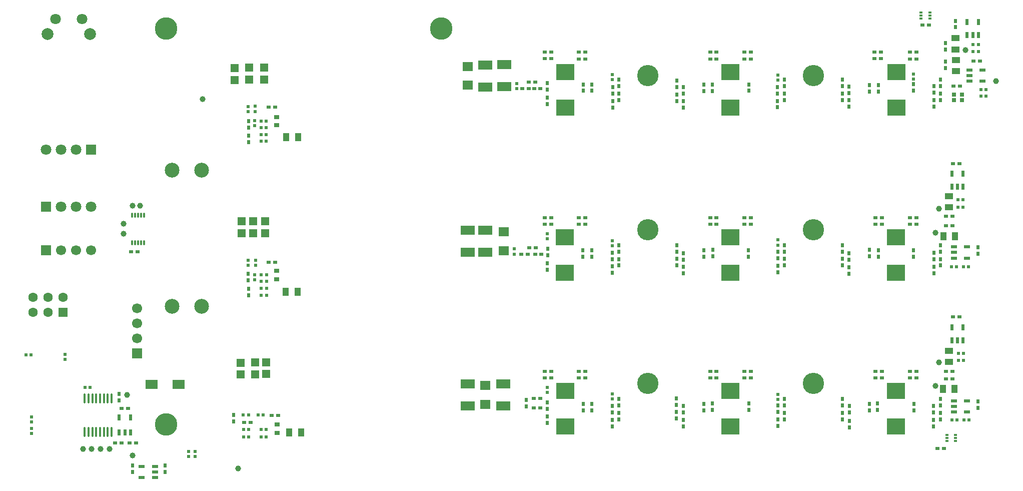
<source format=gbr>
%TF.GenerationSoftware,KiCad,Pcbnew,9.0.5*%
%TF.CreationDate,2025-10-28T20:55:24+05:00*%
%TF.ProjectId,LV08,4c563038-2e6b-4696-9361-645f70636258,rev?*%
%TF.SameCoordinates,Original*%
%TF.FileFunction,Soldermask,Bot*%
%TF.FilePolarity,Negative*%
%FSLAX46Y46*%
G04 Gerber Fmt 4.6, Leading zero omitted, Abs format (unit mm)*
G04 Created by KiCad (PCBNEW 9.0.5) date 2025-10-28 20:55:24*
%MOMM*%
%LPD*%
G01*
G04 APERTURE LIST*
%ADD10C,2.500000*%
%ADD11R,1.700000X1.700000*%
%ADD12C,1.700000*%
%ADD13C,3.600000*%
%ADD14R,1.800000X1.800000*%
%ADD15C,1.800000*%
%ADD16C,3.800000*%
%ADD17C,2.000000*%
%ADD18R,0.540005X0.790094*%
%ADD19R,0.790094X0.540005*%
%ADD20R,3.009906X2.799086*%
%ADD21R,0.540005X0.565659*%
%ADD22C,1.000000*%
%ADD23R,0.900000X0.800000*%
%ADD24R,2.046380X1.620015*%
%ADD25R,1.350013X1.410008*%
%ADD26R,0.565659X0.540005*%
%ADD27R,2.375997X1.506248*%
%ADD28R,0.600000X1.000000*%
%ADD29R,0.532004X1.045009*%
%ADD30R,1.727991X1.485014*%
%ADD31R,1.132537X1.377013*%
%ADD32R,0.600000X0.300000*%
%ADD33R,0.750013X0.700000*%
%ADD34R,1.045009X0.532004*%
%ADD35R,1.377013X1.132537*%
%ADD36O,0.300000X1.000000*%
%ADD37R,1.000000X0.600000*%
%ADD38O,0.343002X1.731496*%
%ADD39R,1.600000X1.600000*%
%ADD40C,1.600000*%
G04 APERTURE END LIST*
D10*
%TO.C,J10*%
X87597381Y-81508503D03*
X92597381Y-81508503D03*
%TD*%
%TO.C,J2*%
X87600000Y-58500000D03*
X92600000Y-58500000D03*
%TD*%
D11*
%TO.C,J9*%
X81700000Y-89435008D03*
D12*
X81700000Y-86895003D03*
X81700000Y-84354997D03*
X81700000Y-81814992D03*
%TD*%
D13*
%TO.C,M4*%
X196100000Y-94525000D03*
%TD*%
D14*
%TO.C,J6*%
X66285547Y-64642819D03*
D15*
X68825552Y-64642819D03*
X71365558Y-64642819D03*
X73905563Y-64642819D03*
%TD*%
D11*
%TO.C,J4*%
X66275000Y-72025000D03*
D12*
X68815005Y-72025000D03*
X71355011Y-72025000D03*
X73895016Y-72025000D03*
%TD*%
D13*
%TO.C,M6*%
X196100000Y-42500000D03*
%TD*%
D16*
%TO.C,H4*%
X86600000Y-101525000D03*
%TD*%
D13*
%TO.C,M3*%
X168100000Y-94525000D03*
%TD*%
D14*
%TO.C,J7*%
X73900364Y-55036661D03*
D15*
X71360359Y-55036661D03*
X68820353Y-55036661D03*
X66280348Y-55036661D03*
%TD*%
D16*
%TO.C,H2*%
X86587280Y-34523680D03*
%TD*%
D13*
%TO.C,M1*%
X168125000Y-68525000D03*
%TD*%
D16*
%TO.C,H3*%
X133106067Y-34528451D03*
%TD*%
D15*
%TO.C,K1*%
X72350445Y-32879997D03*
X67849555Y-32879997D03*
D17*
X66500813Y-35420003D03*
X73699187Y-35420003D03*
%TD*%
D13*
%TO.C,M2*%
X196100000Y-68525000D03*
%TD*%
%TO.C,M5*%
X168100000Y-42500000D03*
%TD*%
D18*
%TO.C,C209*%
X216450000Y-98354915D03*
X216450000Y-99445085D03*
%TD*%
%TO.C,C140*%
X173000000Y-74590170D03*
X173000000Y-73500000D03*
%TD*%
D19*
%TO.C,C84*%
X80650000Y-72300000D03*
X81740170Y-72300000D03*
%TD*%
%TO.C,C120*%
X184459830Y-38500000D03*
X185550000Y-38500000D03*
%TD*%
D20*
%TO.C,C181*%
X182100000Y-47850000D03*
X182100000Y-41850000D03*
%TD*%
D18*
%TO.C,C109*%
X163198424Y-45504915D03*
X163198424Y-46595085D03*
%TD*%
D20*
%TO.C,C255*%
X182100000Y-101850000D03*
X182100000Y-95850000D03*
%TD*%
D21*
%TO.C,R77*%
X162100000Y-43182817D03*
X162100000Y-42317183D03*
%TD*%
D22*
%TO.C,TP5*%
X79396038Y-69222271D03*
%TD*%
D18*
%TO.C,C173*%
X185200000Y-43954915D03*
X185200000Y-45045085D03*
%TD*%
D23*
%TO.C,C16*%
X105275000Y-50875025D03*
X105275000Y-49474975D03*
%TD*%
D19*
%TO.C,C259*%
X219645085Y-93750000D03*
X218554915Y-93750000D03*
%TD*%
D18*
%TO.C,C228*%
X151050000Y-101190170D03*
X151050000Y-100100000D03*
%TD*%
D24*
%TO.C,D1*%
X84096088Y-94690602D03*
X88703912Y-94709398D03*
%TD*%
D19*
%TO.C,C237*%
X179740170Y-92500000D03*
X178650000Y-92500000D03*
%TD*%
D18*
%TO.C,C220*%
X174091600Y-101814885D03*
X174091600Y-100724715D03*
%TD*%
%TO.C,C212*%
X202184000Y-102018085D03*
X202184000Y-100927915D03*
%TD*%
%TO.C,C170*%
X157200000Y-45050000D03*
X157200000Y-43959830D03*
%TD*%
%TO.C,C253*%
X177600000Y-98000000D03*
X177600000Y-99090170D03*
%TD*%
%TO.C,C201*%
X151150000Y-71750000D03*
X151150000Y-72840170D03*
%TD*%
%TO.C,C132*%
X201000000Y-74590170D03*
X201000000Y-73500000D03*
%TD*%
D19*
%TO.C,C75*%
X81490170Y-104625000D03*
X80400000Y-104625000D03*
%TD*%
%TO.C,C192*%
X220845085Y-57350000D03*
X219754915Y-57350000D03*
%TD*%
D25*
%TO.C,C25*%
X101325000Y-67100000D03*
X101325000Y-69100000D03*
%TD*%
D22*
%TO.C,TP6*%
X79394478Y-67523173D03*
%TD*%
D18*
%TO.C,C49*%
X80900000Y-109545085D03*
X80900000Y-108454915D03*
%TD*%
%TO.C,C127*%
X217600000Y-71154915D03*
X217600000Y-72245085D03*
%TD*%
D19*
%TO.C,C152*%
X212459830Y-66550000D03*
X213550000Y-66550000D03*
%TD*%
D18*
%TO.C,C97*%
X202100000Y-45395085D03*
X202100000Y-44304915D03*
%TD*%
D25*
%TO.C,C52*%
X103479600Y-90973400D03*
X103479600Y-92973400D03*
%TD*%
D18*
%TO.C,C144*%
X162075000Y-72429915D03*
X162075000Y-73520085D03*
%TD*%
%TO.C,C174*%
X151100000Y-43750000D03*
X151100000Y-44840170D03*
%TD*%
D26*
%TO.C,R6*%
X102634366Y-50150000D03*
X103500000Y-50150000D03*
%TD*%
D18*
%TO.C,C91*%
X217650000Y-43150000D03*
X217650000Y-44240170D03*
%TD*%
D22*
%TO.C,TP_1V8_IO1*%
X79996950Y-96524395D03*
%TD*%
D19*
%TO.C,C115*%
X207555085Y-39624000D03*
X206464915Y-39624000D03*
%TD*%
D18*
%TO.C,C33*%
X100500000Y-78550000D03*
X100500000Y-79640170D03*
%TD*%
D19*
%TO.C,C55*%
X105540170Y-100000000D03*
X104450000Y-100000000D03*
%TD*%
D27*
%TO.C,C44*%
X140600000Y-72360554D03*
X140600000Y-68639446D03*
%TD*%
D22*
%TO.C,TP7*%
X80896495Y-64521027D03*
%TD*%
D18*
%TO.C,C94*%
X216500000Y-46654915D03*
X216500000Y-47745085D03*
%TD*%
%TO.C,C82*%
X78600000Y-96350000D03*
X78600000Y-97440170D03*
%TD*%
%TO.C,C247*%
X151050000Y-98845085D03*
X151050000Y-97754915D03*
%TD*%
D19*
%TO.C,C112*%
X149940170Y-44700000D03*
X148850000Y-44700000D03*
%TD*%
D18*
%TO.C,C219*%
X190100000Y-100650000D03*
X190100000Y-101740170D03*
%TD*%
D28*
%TO.C,U18*%
X224049924Y-35600152D03*
X223100216Y-35600152D03*
X222150254Y-35600152D03*
X222150000Y-33400000D03*
X224050178Y-33400000D03*
%TD*%
D19*
%TO.C,C153*%
X207740170Y-66500000D03*
X206650000Y-66500000D03*
%TD*%
D26*
%TO.C,R96*%
X224450000Y-44800000D03*
X225315634Y-44800000D03*
%TD*%
D21*
%TO.C,R5*%
X101596300Y-50922517D03*
X101596300Y-50056883D03*
%TD*%
D18*
%TO.C,C213*%
X201000000Y-100595085D03*
X201000000Y-99504915D03*
%TD*%
D19*
%TO.C,C125*%
X151740170Y-38500000D03*
X150650000Y-38500000D03*
%TD*%
D18*
%TO.C,C107*%
X163200000Y-43159830D03*
X163200000Y-44250000D03*
%TD*%
%TO.C,C147*%
X151100000Y-75290170D03*
X151100000Y-74200000D03*
%TD*%
D19*
%TO.C,C113*%
X149040170Y-43600000D03*
X147950000Y-43600000D03*
%TD*%
D18*
%TO.C,C199*%
X207100000Y-72000000D03*
X207100000Y-73090170D03*
%TD*%
D19*
%TO.C,C160*%
X156454915Y-66500000D03*
X157545085Y-66500000D03*
%TD*%
D18*
%TO.C,C196*%
X213100000Y-73090170D03*
X213100000Y-72000000D03*
%TD*%
D26*
%TO.C,R121*%
X221550000Y-90650000D03*
X220684366Y-90650000D03*
%TD*%
D19*
%TO.C,C231*%
X148804915Y-97100000D03*
X149895085Y-97100000D03*
%TD*%
D18*
%TO.C,C177*%
X177600000Y-44000000D03*
X177600000Y-45090170D03*
%TD*%
D21*
%TO.C,R57*%
X63800000Y-102167183D03*
X63800000Y-103032817D03*
%TD*%
D26*
%TO.C,R139*%
X99667183Y-103600000D03*
X100532817Y-103600000D03*
%TD*%
D29*
%TO.C,U6*%
X80549962Y-102800013D03*
X79600000Y-102800013D03*
X78650038Y-102800013D03*
X78650038Y-100300013D03*
X80549962Y-100300013D03*
%TD*%
D18*
%TO.C,C223*%
X172950000Y-98145085D03*
X172950000Y-97054915D03*
%TD*%
D22*
%TO.C,TP_5V0*%
X98796453Y-108923055D03*
%TD*%
D18*
%TO.C,C202*%
X177600000Y-72000000D03*
X177600000Y-73090170D03*
%TD*%
D22*
%TO.C,1V8*%
X221894400Y-38150800D03*
%TD*%
D18*
%TO.C,C203*%
X205600000Y-71950000D03*
X205600000Y-73040170D03*
%TD*%
D22*
%TO.C,0V8*%
X226993861Y-43421556D03*
%TD*%
D19*
%TO.C,C242*%
X151740170Y-92500000D03*
X150650000Y-92500000D03*
%TD*%
D18*
%TO.C,C197*%
X185100000Y-73090170D03*
X185100000Y-72000000D03*
%TD*%
D27*
%TO.C,C70*%
X143600000Y-98360554D03*
X143600000Y-94639446D03*
%TD*%
D26*
%TO.C,R95*%
X223167183Y-37200000D03*
X224032817Y-37200000D03*
%TD*%
D18*
%TO.C,C142*%
X173000000Y-72250000D03*
X173000000Y-71159830D03*
%TD*%
D19*
%TO.C,C151*%
X212459830Y-67600000D03*
X213550000Y-67600000D03*
%TD*%
D18*
%TO.C,C178*%
X158600000Y-43959830D03*
X158600000Y-45050000D03*
%TD*%
D30*
%TO.C,C42*%
X143700000Y-68907417D03*
X143700000Y-72092583D03*
%TD*%
D27*
%TO.C,C43*%
X137600000Y-72360554D03*
X137600000Y-68639446D03*
%TD*%
D19*
%TO.C,C229*%
X149895085Y-98700000D03*
X148804915Y-98700000D03*
%TD*%
%TO.C,C122*%
X179740170Y-39650000D03*
X178650000Y-39650000D03*
%TD*%
D22*
%TO.C,TP_12V1*%
X92735400Y-46431200D03*
%TD*%
D20*
%TO.C,C257*%
X210100000Y-101850000D03*
X210100000Y-95850000D03*
%TD*%
D19*
%TO.C,C156*%
X184450000Y-66500000D03*
X185540170Y-66500000D03*
%TD*%
D31*
%TO.C,R99*%
X107400000Y-102800000D03*
X109400000Y-102800000D03*
%TD*%
D19*
%TO.C,C157*%
X179745085Y-66500000D03*
X178654915Y-66500000D03*
%TD*%
D18*
%TO.C,C230*%
X147550000Y-98445085D03*
X147550000Y-97354915D03*
%TD*%
%TO.C,C143*%
X163200000Y-71159830D03*
X163200000Y-72250000D03*
%TD*%
D26*
%TO.C,R130*%
X102684366Y-77300000D03*
X103550000Y-77300000D03*
%TD*%
D18*
%TO.C,C111*%
X151100000Y-47290170D03*
X151100000Y-46200000D03*
%TD*%
%TO.C,C99*%
X191199606Y-43159830D03*
X191199606Y-44250000D03*
%TD*%
%TO.C,C171*%
X207100000Y-45190170D03*
X207100000Y-44100000D03*
%TD*%
D25*
%TO.C,C5*%
X98150000Y-41225000D03*
X98150000Y-43225000D03*
%TD*%
D18*
%TO.C,C258*%
X224000000Y-98650000D03*
X224000000Y-97559830D03*
%TD*%
%TO.C,C227*%
X162100000Y-100750000D03*
X162100000Y-101840170D03*
%TD*%
D26*
%TO.C,R37*%
X102167183Y-99900000D03*
X103032817Y-99900000D03*
%TD*%
D18*
%TO.C,C128*%
X216500000Y-72454915D03*
X216500000Y-73545085D03*
%TD*%
D23*
%TO.C,C72*%
X105325000Y-102900025D03*
X105325000Y-101499975D03*
%TD*%
D21*
%TO.C,R76*%
X190100000Y-43215634D03*
X190100000Y-42350000D03*
%TD*%
D26*
%TO.C,R131*%
X102684366Y-78450000D03*
X103550000Y-78450000D03*
%TD*%
D22*
%TO.C,1V8_3*%
X217396261Y-91021959D03*
%TD*%
D20*
%TO.C,C182*%
X154100000Y-47850000D03*
X154100000Y-41850000D03*
%TD*%
D26*
%TO.C,R124*%
X222482817Y-100750000D03*
X221617183Y-100750000D03*
%TD*%
D32*
%TO.C,U10*%
X220199974Y-103300000D03*
X220199974Y-103799873D03*
X220199974Y-104300000D03*
X218700000Y-104300000D03*
X218700000Y-103799873D03*
X218700000Y-103300000D03*
%TD*%
D18*
%TO.C,C146*%
X162100000Y-74754915D03*
X162100000Y-75845085D03*
%TD*%
%TO.C,C100*%
X190050000Y-44400000D03*
X190050000Y-45490170D03*
%TD*%
D31*
%TO.C,L8*%
X220116218Y-69650000D03*
X218183782Y-69650000D03*
%TD*%
D18*
%TO.C,C92*%
X216500000Y-44254915D03*
X216500000Y-45345085D03*
%TD*%
%TO.C,C141*%
X174100000Y-73595085D03*
X174100000Y-72504915D03*
%TD*%
%TO.C,C200*%
X179100000Y-71954915D03*
X179100000Y-73045085D03*
%TD*%
D19*
%TO.C,C126*%
X151740170Y-39600000D03*
X150650000Y-39600000D03*
%TD*%
D21*
%TO.C,R92*%
X162075000Y-71282817D03*
X162075000Y-70417183D03*
%TD*%
D26*
%TO.C,R129*%
X102684366Y-76150000D03*
X103550000Y-76150000D03*
%TD*%
D19*
%TO.C,C148*%
X150112394Y-72721952D03*
X149022224Y-72721952D03*
%TD*%
D18*
%TO.C,C102*%
X190050000Y-47840170D03*
X190050000Y-46750000D03*
%TD*%
D33*
%TO.C,Y2*%
X221250000Y-46650000D03*
X219899988Y-46650000D03*
X219899988Y-45650000D03*
X221250000Y-45650000D03*
%TD*%
D22*
%TO.C,0V8_2*%
X216800000Y-69050000D03*
%TD*%
D18*
%TO.C,C17*%
X100500000Y-51260000D03*
X100500000Y-50169830D03*
%TD*%
D22*
%TO.C,TP8*%
X82197473Y-64522209D03*
%TD*%
D20*
%TO.C,C207*%
X210100000Y-75800000D03*
X210100000Y-69800000D03*
%TD*%
D31*
%TO.C,L10*%
X220016218Y-95450000D03*
X218083782Y-95450000D03*
%TD*%
D19*
%TO.C,C240*%
X156414745Y-93650000D03*
X157504915Y-93650000D03*
%TD*%
D26*
%TO.C,R94*%
X224032817Y-38400000D03*
X223167183Y-38400000D03*
%TD*%
D18*
%TO.C,C226*%
X163200000Y-99509830D03*
X163200000Y-100600000D03*
%TD*%
D26*
%TO.C,R132*%
X102684366Y-79600000D03*
X103550000Y-79600000D03*
%TD*%
D18*
%TO.C,C103*%
X174100000Y-47895085D03*
X174100000Y-46804915D03*
%TD*%
D26*
%TO.C,R102*%
X220617183Y-63500000D03*
X221482817Y-63500000D03*
%TD*%
D21*
%TO.C,R11*%
X91500000Y-106050000D03*
X91500000Y-106915634D03*
%TD*%
D22*
%TO.C,0V8_3*%
X216796666Y-94923334D03*
%TD*%
D21*
%TO.C,R91*%
X190100000Y-71132817D03*
X190100000Y-70267183D03*
%TD*%
D19*
%TO.C,C232*%
X212454915Y-93650000D03*
X213545085Y-93650000D03*
%TD*%
D25*
%TO.C,C54*%
X99175000Y-91050000D03*
X99175000Y-93050000D03*
%TD*%
D19*
%TO.C,C83*%
X79017370Y-104597200D03*
X77927200Y-104597200D03*
%TD*%
D18*
%TO.C,C251*%
X207000000Y-97954915D03*
X207000000Y-99045085D03*
%TD*%
D30*
%TO.C,C13*%
X137589987Y-40932184D03*
X137589987Y-44117350D03*
%TD*%
D18*
%TO.C,C93*%
X217650000Y-45509830D03*
X217650000Y-46600000D03*
%TD*%
%TO.C,C139*%
X174100000Y-75920085D03*
X174100000Y-74829915D03*
%TD*%
D21*
%TO.C,R100*%
X145500000Y-72665634D03*
X145500000Y-71800000D03*
%TD*%
D26*
%TO.C,R122*%
X220684366Y-89500000D03*
X221550000Y-89500000D03*
%TD*%
D18*
%TO.C,C130*%
X216500000Y-74804915D03*
X216500000Y-75895085D03*
%TD*%
D19*
%TO.C,C161*%
X151740170Y-66500000D03*
X150650000Y-66500000D03*
%TD*%
D26*
%TO.C,R104*%
X222365634Y-74850000D03*
X221500000Y-74850000D03*
%TD*%
D21*
%TO.C,R2*%
X101637341Y-48538319D03*
X101637341Y-47672685D03*
%TD*%
D23*
%TO.C,C45*%
X105283000Y-76900025D03*
X105283000Y-75499975D03*
%TD*%
D18*
%TO.C,C222*%
X174091600Y-99478085D03*
X174091600Y-98387915D03*
%TD*%
D34*
%TO.C,U3*%
X84747574Y-108600038D03*
X84747574Y-109550000D03*
X84747574Y-110499962D03*
X82452426Y-110499962D03*
X82452426Y-108600038D03*
%TD*%
D35*
%TO.C,L7*%
X219050000Y-62833782D03*
X219050000Y-64766218D03*
%TD*%
D25*
%TO.C,C26*%
X99375000Y-67100000D03*
X99375000Y-69100000D03*
%TD*%
D19*
%TO.C,C238*%
X184450000Y-92500000D03*
X185540170Y-92500000D03*
%TD*%
D18*
%TO.C,C108*%
X162150000Y-44429915D03*
X162150000Y-45520085D03*
%TD*%
D19*
%TO.C,C244*%
X220850000Y-83300000D03*
X219759830Y-83300000D03*
%TD*%
D26*
%TO.C,R9*%
X102634366Y-52450000D03*
X103500000Y-52450000D03*
%TD*%
D19*
%TO.C,C116*%
X207555085Y-38481000D03*
X206464915Y-38481000D03*
%TD*%
D25*
%TO.C,C24*%
X103300000Y-67100000D03*
X103300000Y-69100000D03*
%TD*%
D21*
%TO.C,R20*%
X100457000Y-74600817D03*
X100457000Y-73735183D03*
%TD*%
D19*
%TO.C,C6*%
X105045085Y-47800000D03*
X103954915Y-47800000D03*
%TD*%
D22*
%TO.C,TP2*%
X75495817Y-105621513D03*
%TD*%
D25*
%TO.C,C3*%
X103150000Y-41125000D03*
X103150000Y-43125000D03*
%TD*%
D18*
%TO.C,C204*%
X158600000Y-72000000D03*
X158600000Y-73090170D03*
%TD*%
D26*
%TO.C,R101*%
X221482817Y-64750000D03*
X220617183Y-64750000D03*
%TD*%
D18*
%TO.C,C137*%
X191201576Y-73489814D03*
X191201576Y-74579984D03*
%TD*%
%TO.C,C96*%
X200998030Y-46620016D03*
X200998030Y-45529846D03*
%TD*%
%TO.C,C254*%
X205600000Y-98004915D03*
X205600000Y-99095085D03*
%TD*%
%TO.C,C224*%
X163200000Y-97159830D03*
X163200000Y-98250000D03*
%TD*%
D19*
%TO.C,C195*%
X219640170Y-67850000D03*
X218550000Y-67850000D03*
%TD*%
D21*
%TO.C,R12*%
X90350000Y-106050000D03*
X90350000Y-106915634D03*
%TD*%
D18*
%TO.C,C165*%
X218500000Y-36954915D03*
X218500000Y-38045085D03*
%TD*%
D19*
%TO.C,C117*%
X212459830Y-38500000D03*
X213550000Y-38500000D03*
%TD*%
D18*
%TO.C,C48*%
X86400000Y-109545085D03*
X86400000Y-108454915D03*
%TD*%
D19*
%TO.C,C166*%
X223254915Y-40050000D03*
X224345085Y-40050000D03*
%TD*%
D36*
%TO.C,U9*%
X82826170Y-70727776D03*
X82326043Y-70727776D03*
X81826170Y-70727776D03*
X81326043Y-70727776D03*
X80826170Y-70727776D03*
X80826170Y-66127826D03*
X81326043Y-66127826D03*
X81826170Y-66127826D03*
X82326043Y-66127826D03*
X82826170Y-66127826D03*
%TD*%
D18*
%TO.C,C104*%
X172975000Y-46795085D03*
X172975000Y-45704915D03*
%TD*%
D26*
%TO.C,R138*%
X102667183Y-102300000D03*
X103532817Y-102300000D03*
%TD*%
D19*
%TO.C,C154*%
X207740170Y-67650000D03*
X206650000Y-67650000D03*
%TD*%
D21*
%TO.C,R24*%
X101550000Y-77032817D03*
X101550000Y-76167183D03*
%TD*%
D19*
%TO.C,C241*%
X156404915Y-92500000D03*
X157495085Y-92500000D03*
%TD*%
D31*
%TO.C,R98*%
X106825000Y-79025000D03*
X108825000Y-79025000D03*
%TD*%
D18*
%TO.C,C105*%
X174100000Y-45545085D03*
X174100000Y-44454915D03*
%TD*%
D26*
%TO.C,R140*%
X102667183Y-103600000D03*
X103532817Y-103600000D03*
%TD*%
D19*
%TO.C,C159*%
X156459830Y-67650000D03*
X157550000Y-67650000D03*
%TD*%
%TO.C,C118*%
X212450000Y-39650000D03*
X213540170Y-39650000D03*
%TD*%
D22*
%TO.C,TP1*%
X73996425Y-105620492D03*
%TD*%
D37*
%TO.C,U26*%
X219904934Y-99386310D03*
X219904934Y-98436602D03*
X219904934Y-97486640D03*
X222105086Y-97486386D03*
X222105086Y-99386564D03*
%TD*%
D38*
%TO.C,U8*%
X77351772Y-102781547D03*
X76701784Y-102781547D03*
X76051797Y-102781547D03*
X75401556Y-102781547D03*
X74751568Y-102781547D03*
X74101581Y-102781547D03*
X73451594Y-102781547D03*
X72801606Y-102781547D03*
X72801606Y-97050025D03*
X73451594Y-97050025D03*
X74101581Y-97050025D03*
X74751568Y-97050025D03*
X75401556Y-97050025D03*
X76051797Y-97050025D03*
X76701784Y-97050025D03*
X77351772Y-97050025D03*
%TD*%
D19*
%TO.C,C239*%
X184454915Y-93650000D03*
X185545085Y-93650000D03*
%TD*%
D18*
%TO.C,C145*%
X163200000Y-73509830D03*
X163200000Y-74600000D03*
%TD*%
D20*
%TO.C,C205*%
X154050000Y-75800000D03*
X154050000Y-69800000D03*
%TD*%
%TO.C,C256*%
X154100000Y-101850000D03*
X154100000Y-95850000D03*
%TD*%
D18*
%TO.C,C221*%
X172950000Y-100495085D03*
X172950000Y-99404915D03*
%TD*%
D21*
%TO.C,R1*%
X100472720Y-48548565D03*
X100472720Y-47682931D03*
%TD*%
D28*
%TO.C,U25*%
X221449835Y-87300000D03*
X220500127Y-87300000D03*
X219550165Y-87300000D03*
X219549911Y-85099848D03*
X221450089Y-85099848D03*
%TD*%
D21*
%TO.C,R69*%
X213100000Y-42200000D03*
X213100000Y-43065634D03*
%TD*%
D35*
%TO.C,L9*%
X219100400Y-89000582D03*
X219100400Y-90933018D03*
%TD*%
D19*
%TO.C,C150*%
X147767309Y-72721952D03*
X146677139Y-72721952D03*
%TD*%
D18*
%TO.C,C95*%
X202150000Y-47745085D03*
X202150000Y-46654915D03*
%TD*%
D20*
%TO.C,C180*%
X210150000Y-47850000D03*
X210150000Y-41850000D03*
%TD*%
D27*
%TO.C,C15*%
X140600000Y-44395610D03*
X140600000Y-40674502D03*
%TD*%
D32*
%TO.C,U11*%
X214350881Y-32825573D03*
X214350881Y-32325700D03*
X214350881Y-31825573D03*
X215850855Y-31825573D03*
X215850855Y-32325700D03*
X215850855Y-32825573D03*
%TD*%
D26*
%TO.C,R103*%
X220365634Y-74850000D03*
X219500000Y-74850000D03*
%TD*%
D25*
%TO.C,C53*%
X101600000Y-91024200D03*
X101600000Y-93024200D03*
%TD*%
D18*
%TO.C,C40*%
X100457000Y-77126085D03*
X100457000Y-76035915D03*
%TD*%
%TO.C,C134*%
X201000000Y-72245085D03*
X201000000Y-71154915D03*
%TD*%
D25*
%TO.C,C4*%
X100650000Y-41125000D03*
X100650000Y-43125000D03*
%TD*%
D18*
%TO.C,C98*%
X201000000Y-44270085D03*
X201000000Y-43179915D03*
%TD*%
%TO.C,C135*%
X191200000Y-71159830D03*
X191200000Y-72250000D03*
%TD*%
D19*
%TO.C,C121*%
X179740170Y-38500000D03*
X178650000Y-38500000D03*
%TD*%
D31*
%TO.C,R19*%
X106925000Y-52925000D03*
X108925000Y-52925000D03*
%TD*%
D18*
%TO.C,C169*%
X179000000Y-45090170D03*
X179000000Y-44000000D03*
%TD*%
D19*
%TO.C,C74*%
X79054915Y-98800000D03*
X80145085Y-98800000D03*
%TD*%
%TO.C,C124*%
X156459830Y-38500000D03*
X157550000Y-38500000D03*
%TD*%
D18*
%TO.C,C66*%
X98000000Y-99854915D03*
X98000000Y-100945085D03*
%TD*%
%TO.C,C211*%
X216450000Y-100695085D03*
X216450000Y-101785255D03*
%TD*%
%TO.C,C110*%
X162150000Y-46767183D03*
X162150000Y-47857353D03*
%TD*%
%TO.C,C216*%
X191200000Y-97154915D03*
X191200000Y-98245085D03*
%TD*%
D26*
%TO.C,R58*%
X73700000Y-95200000D03*
X72834366Y-95200000D03*
%TD*%
D18*
%TO.C,C210*%
X217600000Y-99550000D03*
X217600000Y-100640170D03*
%TD*%
D21*
%TO.C,R117*%
X190100000Y-97265634D03*
X190100000Y-96400000D03*
%TD*%
D18*
%TO.C,C101*%
X191200000Y-45500000D03*
X191200000Y-46590170D03*
%TD*%
%TO.C,C246*%
X157200000Y-99090170D03*
X157200000Y-98000000D03*
%TD*%
D22*
%TO.C,1V8_2*%
X217395748Y-65025160D03*
%TD*%
D18*
%TO.C,C179*%
X205600000Y-44104915D03*
X205600000Y-45195085D03*
%TD*%
%TO.C,C250*%
X185200000Y-97959830D03*
X185200000Y-99050000D03*
%TD*%
%TO.C,C133*%
X202100000Y-73645085D03*
X202100000Y-72554915D03*
%TD*%
D22*
%TO.C,TP3*%
X76996989Y-105622892D03*
%TD*%
D18*
%TO.C,C252*%
X158600000Y-98000000D03*
X158600000Y-99090170D03*
%TD*%
%TO.C,C106*%
X173000000Y-44395085D03*
X173000000Y-43304915D03*
%TD*%
D22*
%TO.C,TP4*%
X72494796Y-105623415D03*
%TD*%
D19*
%TO.C,C236*%
X179740170Y-93650000D03*
X178650000Y-93650000D03*
%TD*%
%TO.C,C235*%
X207740170Y-93650000D03*
X206650000Y-93650000D03*
%TD*%
D21*
%TO.C,R21*%
X101727000Y-74600817D03*
X101727000Y-73735183D03*
%TD*%
D35*
%TO.C,L5*%
X220200000Y-36100000D03*
X220200000Y-38032436D03*
%TD*%
D18*
%TO.C,C167*%
X218500000Y-41195085D03*
X218500000Y-40104915D03*
%TD*%
D30*
%TO.C,C69*%
X140600000Y-94907417D03*
X140600000Y-98092583D03*
%TD*%
D26*
%TO.C,R97*%
X225332817Y-45950000D03*
X224467183Y-45950000D03*
%TD*%
D18*
%TO.C,C215*%
X201000000Y-98250000D03*
X201000000Y-97159830D03*
%TD*%
D19*
%TO.C,C119*%
X184459830Y-39650000D03*
X185550000Y-39650000D03*
%TD*%
%TO.C,C67*%
X99754915Y-101150000D03*
X100845085Y-101150000D03*
%TD*%
D28*
%TO.C,U20*%
X221449835Y-61300000D03*
X220500127Y-61300000D03*
X219550165Y-61300000D03*
X219549911Y-59099848D03*
X221450089Y-59099848D03*
%TD*%
D19*
%TO.C,C149*%
X149170085Y-71575000D03*
X148079915Y-71575000D03*
%TD*%
D18*
%TO.C,C249*%
X179050000Y-97954915D03*
X179050000Y-99045085D03*
%TD*%
%TO.C,C136*%
X190100000Y-72309830D03*
X190100000Y-73400000D03*
%TD*%
D35*
%TO.C,L6*%
X220225000Y-41741218D03*
X220225000Y-39808782D03*
%TD*%
D18*
%TO.C,C138*%
X202100000Y-74879915D03*
X202100000Y-75970085D03*
%TD*%
%TO.C,C175*%
X213100000Y-43950000D03*
X213100000Y-45040170D03*
%TD*%
D21*
%TO.C,R150*%
X151050000Y-69184366D03*
X151050000Y-70050000D03*
%TD*%
D26*
%TO.C,R149*%
X63732817Y-89700000D03*
X62867183Y-89700000D03*
%TD*%
D20*
%TO.C,C206*%
X182100000Y-75800000D03*
X182100000Y-69800000D03*
%TD*%
D19*
%TO.C,C193*%
X219645085Y-66300000D03*
X218554915Y-66300000D03*
%TD*%
D21*
%TO.C,R78*%
X145900000Y-44650000D03*
X145900000Y-43784366D03*
%TD*%
D26*
%TO.C,R137*%
X99667183Y-102350000D03*
X100532817Y-102350000D03*
%TD*%
D39*
%TO.C,J3*%
X69096049Y-82526284D03*
D40*
X69096049Y-79986278D03*
X66556044Y-82526284D03*
X66556044Y-79986278D03*
X64016039Y-82526284D03*
X64016039Y-79986278D03*
%TD*%
D19*
%TO.C,C245*%
X219645485Y-92506800D03*
X218555315Y-92506800D03*
%TD*%
D21*
%TO.C,R18*%
X69500000Y-90465634D03*
X69500000Y-89600000D03*
%TD*%
D18*
%TO.C,C217*%
X190100000Y-98300000D03*
X190100000Y-99390170D03*
%TD*%
D19*
%TO.C,C123*%
X156459830Y-39650000D03*
X157550000Y-39650000D03*
%TD*%
%TO.C,C243*%
X151745085Y-93650000D03*
X150654915Y-93650000D03*
%TD*%
D18*
%TO.C,C225*%
X162100000Y-98350000D03*
X162100000Y-99440170D03*
%TD*%
D26*
%TO.C,R123*%
X220432817Y-100750000D03*
X219567183Y-100750000D03*
%TD*%
D18*
%TO.C,C10*%
X100500000Y-52600000D03*
X100500000Y-53690170D03*
%TD*%
D27*
%TO.C,C71*%
X137600000Y-98360554D03*
X137600000Y-94639446D03*
%TD*%
D19*
%TO.C,C87*%
X218250000Y-105550000D03*
X217159830Y-105550000D03*
%TD*%
%TO.C,C90*%
X215650000Y-33950000D03*
X214559830Y-33950000D03*
%TD*%
%TO.C,C233*%
X212454915Y-92500000D03*
X213545085Y-92500000D03*
%TD*%
%TO.C,C28*%
X105050000Y-74050000D03*
X103959830Y-74050000D03*
%TD*%
D18*
%TO.C,C198*%
X157100000Y-73095085D03*
X157100000Y-72004915D03*
%TD*%
D21*
%TO.C,R55*%
X63800000Y-101082817D03*
X63800000Y-100217183D03*
%TD*%
D18*
%TO.C,C129*%
X217598818Y-73504915D03*
X217598818Y-74595085D03*
%TD*%
%TO.C,C131*%
X190100000Y-75740170D03*
X190100000Y-74650000D03*
%TD*%
D19*
%TO.C,C163*%
X219850000Y-44250000D03*
X220940170Y-44250000D03*
%TD*%
D37*
%TO.C,U21*%
X219900000Y-73349835D03*
X219900000Y-72400127D03*
X219900000Y-71450165D03*
X222100152Y-71449911D03*
X222100152Y-73350089D03*
%TD*%
D27*
%TO.C,C14*%
X143800000Y-44360554D03*
X143800000Y-40639446D03*
%TD*%
D19*
%TO.C,C234*%
X207740170Y-92500000D03*
X206650000Y-92500000D03*
%TD*%
D18*
%TO.C,C194*%
X224000000Y-72640170D03*
X224000000Y-71550000D03*
%TD*%
D21*
%TO.C,R118*%
X162100000Y-97200000D03*
X162100000Y-96334366D03*
%TD*%
D37*
%TO.C,U19*%
X222504934Y-43413360D03*
X222504934Y-42463652D03*
X222504934Y-41513690D03*
X224705086Y-41513436D03*
X224705086Y-43413614D03*
%TD*%
D26*
%TO.C,R36*%
X100515634Y-99900000D03*
X99650000Y-99900000D03*
%TD*%
D19*
%TO.C,C155*%
X184450000Y-67650000D03*
X185540170Y-67650000D03*
%TD*%
%TO.C,C162*%
X151745085Y-67650000D03*
X150654915Y-67650000D03*
%TD*%
%TO.C,C158*%
X179745085Y-67650000D03*
X178654915Y-67650000D03*
%TD*%
D18*
%TO.C,C164*%
X220200000Y-34295085D03*
X220200000Y-33204915D03*
%TD*%
%TO.C,C208*%
X217600000Y-97159830D03*
X217600000Y-98250000D03*
%TD*%
D26*
%TO.C,R10*%
X102634366Y-53600000D03*
X103500000Y-53600000D03*
%TD*%
D22*
%TO.C,TP_3V3*%
X80895928Y-106724427D03*
%TD*%
D18*
%TO.C,C214*%
X202184000Y-99478085D03*
X202184000Y-98387915D03*
%TD*%
D26*
%TO.C,R7*%
X102634366Y-51300000D03*
X103500000Y-51300000D03*
%TD*%
D18*
%TO.C,C248*%
X213150000Y-99090170D03*
X213150000Y-98000000D03*
%TD*%
%TO.C,C218*%
X191200000Y-99504915D03*
X191200000Y-100595085D03*
%TD*%
D21*
%TO.C,R119*%
X151050000Y-95184366D03*
X151050000Y-96050000D03*
%TD*%
D19*
%TO.C,C114*%
X147940170Y-44700000D03*
X146850000Y-44700000D03*
%TD*%
M02*

</source>
